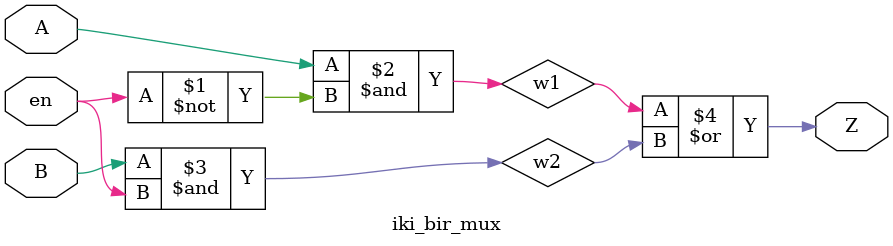
<source format=v>
`timescale 1ns / 1ps
module iki_bir_mux(en,A,B,Z);
input A, B;

	 input en;

	 output Z;

	 wire w1,w2;
	//2_1 mux kurali
	 assign w1 = A & (~en);

	 assign w2 = B & en;

	 assign Z= w1 | w2;

endmodule

</source>
